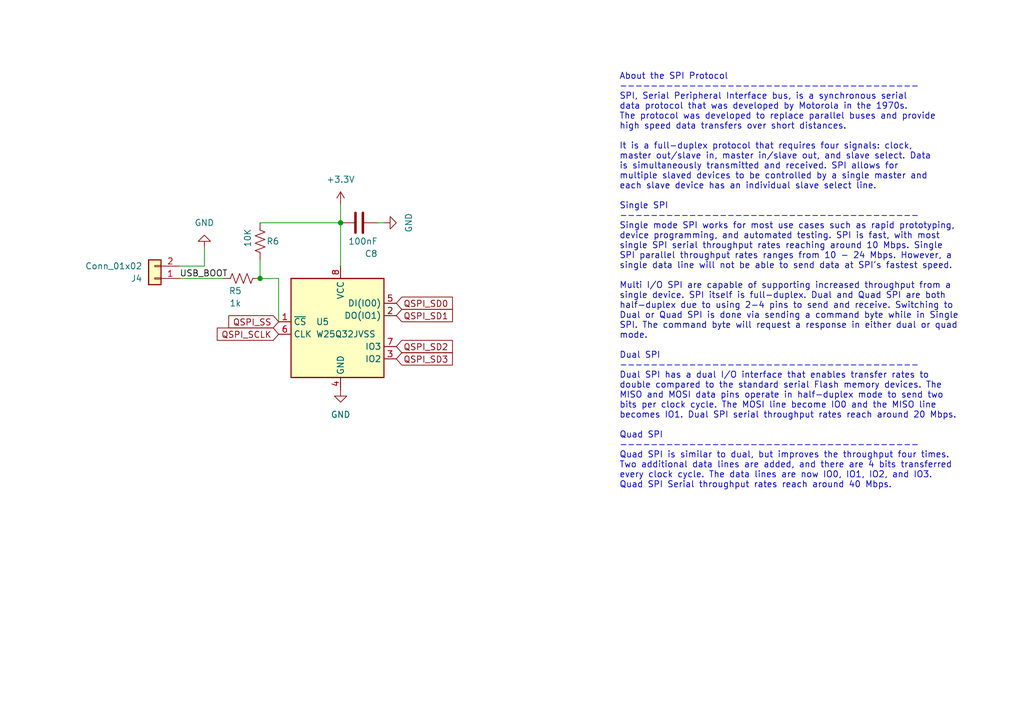
<source format=kicad_sch>
(kicad_sch (version 20230121) (generator eeschema)
  (paper "A5")
  (lib_symbols
    (symbol "Connector_Generic:Conn_01x02" (pin_names (offset 1.016) hide)
      (property "Reference" "J" (at 0 2.54 0))
      (property "Value" "Conn_01x02" (at 0 -5.08 0))
      (symbol "Conn_01x02_1_1"
        (rectangle (start -1.27 -2.413) (end 0 -2.667) (stroke (width 0.1524)))
        (rectangle (start -1.27 0.127) (end 0 -0.127) (stroke (width 0.1524)))
        (rectangle (start -1.27 1.27) (end 1.27 -3.81) (stroke (width 0.254)) (fill (type background)))
        (pin passive line (at -5.08 0 0) (length 3.81) (name "Pin_1") (number "1"))
        (pin passive line (at -5.08 -2.54 0) (length 3.81) (name "Pin_2") (number "2"))
      )
    )
    (symbol "Device:C" (pin_numbers hide) (pin_names (offset 0.254))
      (property "Reference" "C" (at 0.635 2.54 0))
      (property "Value" "C" (at 0.635 -2.54 0))
      (symbol "C_0_1"
        (polyline (pts (xy -2.032 -0.762) (xy 2.032 -0.762)) (stroke (width 0.508)))
        (polyline (pts (xy -2.032 0.762) (xy 2.032 0.762)) (stroke (width 0.508)))
      )
      (symbol "C_1_1"
        (pin passive line (at 0 3.81 270) (length 2.794) (name "~") (number "1"))
        (pin passive line (at 0 -3.81 90) (length 2.794) (name "~") (number "2"))
      )
    )
    (symbol "Device:R_US" (pin_numbers hide) (pin_names (offset 0))
      (property "Reference" "R" (at 2.54 0 90))
      (property "Value" "R_US" (at -2.54 0 90))
      (symbol "R_US_0_1"
        (polyline (pts (xy 0 -2.286) (xy 0 -2.54)))
        (polyline (pts (xy 0 2.286) (xy 0 2.54)))
        (polyline (pts (xy 0 -0.762) (xy 1.016 -1.143) (xy 0 -1.524) (xy -1.016 -1.905) (xy 0 -2.286)))
        (polyline (pts (xy 0 0.762) (xy 1.016 0.381) (xy 0 0) (xy -1.016 -0.381) (xy 0 -0.762)))
        (polyline (pts (xy 0 2.286) (xy 1.016 1.905) (xy 0 1.524) (xy -1.016 1.143) (xy 0 0.762)))
      )
      (symbol "R_US_1_1"
        (pin passive line (at 0 3.81 270) (length 1.27) (name "~") (number "1"))
        (pin passive line (at 0 -3.81 90) (length 1.27) (name "~") (number "2"))
      )
    )
    (symbol "W25Q32JVSS_1"
      (property "Reference" "U4" (at -2.54 1.27 0))
      (property "Value" "W25Q32JVSS" (at -2.54 -1.27 0))
      (symbol "W25Q32JVSS_1_0_1"
        (rectangle (start -7.62 10.16) (end 11.43 -10.16) (stroke (width 0.254)) (fill (type background)))
      )
      (symbol "W25Q32JVSS_1_1_1"
        (pin input line (at -10.16 1.27 0) (length 2.54) (name "~{CS}") (number "1"))
        (pin bidirectional line (at 13.97 2.54 180) (length 2.54) (name "DO(IO1)") (number "2"))
        (pin bidirectional line (at 13.97 -6.35 180) (length 2.54) (name "IO2") (number "3"))
        (pin power_in line (at 2.54 -12.7 90) (length 2.54) (name "GND") (number "4"))
        (pin bidirectional line (at 13.97 5.08 180) (length 2.54) (name "DI(IO0)") (number "5"))
        (pin input line (at -10.16 -1.27 0) (length 2.54) (name "CLK") (number "6"))
        (pin bidirectional line (at 13.97 -3.81 180) (length 2.54) (name "IO3") (number "7"))
        (pin power_in line (at 2.54 12.7 270) (length 2.54) (name "VCC") (number "8"))
      )
    )
    (symbol "power:+3.3V" (power) (pin_names (offset 0))
      (property "Value" "+3.3V" (at 0 3.556 0))
      (symbol "+3.3V_0_1"
        (polyline (pts (xy -0.762 1.27) (xy 0 2.54)))
        (polyline (pts (xy 0 0) (xy 0 2.54)))
        (polyline (pts (xy 0 2.54) (xy 0.762 1.27)))
      )
      (symbol "+3.3V_1_1"
        (pin power_in line (at 0 0 90) (length 0) hide (name "+3.3V") (number "1"))
      )
    )
    (symbol "power:GND" (power) (pin_names (offset 0))
      (property "Value" "GND" (at 0 -3.81 0))
      (symbol "GND_0_1"
        (polyline (pts (xy 0 0) (xy 0 -1.27) (xy 1.27 -1.27) (xy 0 -2.54) (xy -1.27 -1.27) (xy 0 -1.27)))
      )
      (symbol "GND_1_1"
        (pin power_in line (at 0 0 270) (length 0) hide (name "GND") (number "1"))
      )
    )
  )
  (junction (at 53.34 57.15))
  (junction (at 69.85 45.72))
  (wire (pts (xy 57.15 57.15) (xy 57.15 66.04)))
  (wire (pts (xy 77.47 45.72) (xy 78.74 45.72)))
  (wire (pts (xy 53.34 45.72) (xy 69.85 45.72)))
  (wire (pts (xy 36.83 57.15) (xy 45.72 57.15)))
  (wire (pts (xy 69.85 41.91) (xy 69.85 45.72)))
  (wire (pts (xy 41.91 54.61) (xy 41.91 50.8)))
  (wire (pts (xy 36.83 54.61) (xy 41.91 54.61)))
  (wire (pts (xy 69.85 45.72) (xy 69.85 54.61)))
  (wire (pts (xy 53.34 53.34) (xy 53.34 57.15)))
  (wire (pts (xy 57.15 57.15) (xy 53.34 57.15)))
  (text "About the SPI Protocol\n---------------------------------------\nSPI, Serial Peripheral Interface bus, is a synchronous serial \ndata protocol that was developed by Motorola in the 1970s.\nThe protocol was developed to replace parallel buses and provide \nhigh speed data transfers over short distances.\n\nIt is a full-duplex protocol that requires four signals: clock, \nmaster out/slave in, master in/slave out, and slave select. Data \nis simultaneously transmitted and received. SPI allows for \nmultiple slaved devices to be controlled by a single master and \neach slave device has an individual slave select line.\n\nSingle SPI\n---------------------------------------\nSingle mode SPI works for most use cases such as rapid prototyping,\ndevice programming, and automated testing. SPI is fast, with most \nsingle SPI serial throughput rates reaching around 10 Mbps. Single \nSPI parallel throughput rates ranges from 10 - 24 Mbps. However, a \nsingle data line will not be able to send data at SPI's fastest speed.\n\nMulti I/O SPI are capable of supporting increased throughput from a \nsingle device. SPI itself is full-duplex. Dual and Quad SPI are both \nhalf-duplex due to using 2-4 pins to send and receive. Switching to \nDual or Quad SPI is done via sending a command byte while in Single \nSPI. The command byte will request a response in either dual or quad \nmode.\n\nDual SPI\n---------------------------------------\nDual SPI has a dual I/O interface that enables transfer rates to \ndouble compared to the standard serial Flash memory devices. The \nMISO and MOSI data pins operate in half-duplex mode to send two \nbits per clock cycle. The MOSI line become IO0 and the MISO line \nbecomes IO1. Dual SPI serial throughput rates reach around 20 Mbps.\n\nQuad SPI\n---------------------------------------\nQuad SPI is similar to dual, but improves the throughput four times. \nTwo additional data lines are added, and there are 4 bits transferred \nevery clock cycle. The data lines are now IO0, IO1, IO2, and IO3. \nQuad SPI Serial throughput rates reach around 40 Mbps." (at 127 100.33 0) (effects (font (size 1.27 1.27)) (justify left bottom)))
  (label "USB_BOOT" (at 36.83 57.15 0))
  (global_label "QSPI_SCLK" (shape input) (at 57.15 68.58 180) (property "Intersheetrefs" "${INTERSHEET_REFS}" (effects hide)))
  (global_label "QSPI_SD1" (shape input) (at 81.28 64.77 0) (property "Intersheetrefs" "${INTERSHEET_REFS}" (effects hide)))
  (global_label "QSPI_SD2" (shape input) (at 81.28 71.12 0) (property "Intersheetrefs" "${INTERSHEET_REFS}" (effects hide)))
  (global_label "QSPI_SD0" (shape input) (at 81.28 62.23 0) (property "Intersheetrefs" "${INTERSHEET_REFS}" (effects hide)))
  (global_label "QSPI_SS" (shape input) (at 57.15 66.04 180) (property "Intersheetrefs" "${INTERSHEET_REFS}" (effects hide)))
  (global_label "QSPI_SD3" (shape input) (at 81.28 73.66 0) (property "Intersheetrefs" "${INTERSHEET_REFS}" (effects hide)))
  (symbol (lib_name "W25Q32JVSS_1") (lib_id "Memory_Flash:W25Q32JVSS") (at 67.31 67.31 0) (unit 1)
    (property "Reference" "U5" (at 64.77 66.04 0) (effects (justify left)))
    (property "Value" "W25Q32JVSS" (at 64.77 68.58 0) (effects (justify left)))
    (property "Footprint" "Package_SO:SOIC-8_5.23x5.23mm_P1.27mm" (effects hide))
    (property "Datasheet" "http://www.winbond.com/resource-files/w25q32jv%20revg%2003272018%20plus.pdf" (effects hide))
  )
  (symbol (lib_id "power:+3.3V") (at 69.85 41.91 0) (unit 1)
    (property "Reference" "#PWR010" (effects hide))
    (property "Value" "+3.3V" (at 69.85 36.83 0))
  )
  (symbol (lib_id "Device:R_US") (at 53.34 49.53 180) (unit 1)
    (property "Reference" "R6" (at 54.61 49.53 0) (effects (justify right)))
    (property "Value" "10K" (at 50.8 50.8 90) (effects (justify right)))
  )
  (symbol (lib_id "power:GND") (at 78.74 45.72 90) (mirror x) (unit 1)
    (property "Reference" "#PWR012" (effects hide))
    (property "Value" "GND" (at 83.82 45.72 0))
  )
  (symbol (lib_id "Device:C") (at 73.66 45.72 90) (mirror x) (unit 1)
    (property "Reference" "C8" (at 77.47 52.07 90) (effects (justify left)))
    (property "Value" "100nF" (at 77.47 49.53 90) (effects (justify left)))
  )
  (symbol (lib_id "Connector_Generic:Conn_01x02") (at 31.75 57.15 180) (unit 1)
    (property "Reference" "J4" (at 29.21 57.15 0) (effects (justify left)))
    (property "Value" "Conn_01x02" (at 29.21 54.61 0) (effects (justify left)))
  )
  (symbol (lib_id "power:GND") (at 41.91 50.8 0) (mirror x) (unit 1)
    (property "Reference" "#PWR013" (effects hide))
    (property "Value" "GND" (at 41.91 45.72 0))
  )
  (symbol (lib_id "Device:R_US") (at 49.53 57.15 90) (unit 1)
    (property "Reference" "R5" (at 48.26 59.69 90))
    (property "Value" "1k" (at 48.26 62.23 90))
  )
  (symbol (lib_id "power:GND") (at 69.85 80.01 0) (unit 1)
    (property "Reference" "#PWR011" (effects hide))
    (property "Value" "GND" (at 69.85 85.09 0))
  )
)
</source>
